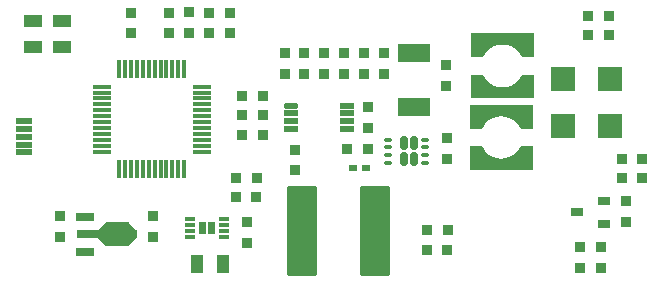
<source format=gtp>
G04*
G04 #@! TF.GenerationSoftware,Altium Limited,Altium Designer,20.2.5 (213)*
G04*
G04 Layer_Color=8421504*
%FSLAX42Y42*%
%MOMM*%
G71*
G04*
G04 #@! TF.SameCoordinates,6F224850-DB23-45E0-B5EC-48CDDA7698CB*
G04*
G04*
G04 #@! TF.FilePolarity,Positive*
G04*
G01*
G75*
G04:AMPARAMS|DCode=22|XSize=0.71mm|YSize=1.13mm|CornerRadius=0.18mm|HoleSize=0mm|Usage=FLASHONLY|Rotation=180.000|XOffset=0mm|YOffset=0mm|HoleType=Round|Shape=RoundedRectangle|*
%AMROUNDEDRECTD22*
21,1,0.71,0.77,0,0,180.0*
21,1,0.35,1.13,0,0,180.0*
1,1,0.35,-0.18,0.39*
1,1,0.35,0.18,0.39*
1,1,0.35,0.18,-0.39*
1,1,0.35,-0.18,-0.39*
%
%ADD22ROUNDEDRECTD22*%
%ADD23R,1.05X0.75*%
%ADD24R,0.90X0.90*%
%ADD25R,1.58X0.40*%
%ADD26R,0.40X1.58*%
G04:AMPARAMS|DCode=27|XSize=2.5mm|YSize=7.6mm|CornerRadius=0.1mm|HoleSize=0mm|Usage=FLASHONLY|Rotation=0.000|XOffset=0mm|YOffset=0mm|HoleType=Round|Shape=RoundedRectangle|*
%AMROUNDEDRECTD27*
21,1,2.50,7.40,0,0,0.0*
21,1,2.30,7.60,0,0,0.0*
1,1,0.20,1.15,-3.70*
1,1,0.20,-1.15,-3.70*
1,1,0.20,-1.15,3.70*
1,1,0.20,1.15,3.70*
%
%ADD27ROUNDEDRECTD27*%
%ADD28R,1.50X0.70*%
%ADD29R,1.90X0.70*%
%ADD30R,0.90X0.90*%
%ADD31R,1.20X0.50*%
G04:AMPARAMS|DCode=32|XSize=0.5mm|YSize=1.2mm|CornerRadius=0.15mm|HoleSize=0mm|Usage=FLASHONLY|Rotation=90.000|XOffset=0mm|YOffset=0mm|HoleType=Round|Shape=RoundedRectangle|*
%AMROUNDEDRECTD32*
21,1,0.50,0.90,0,0,90.0*
21,1,0.20,1.20,0,0,90.0*
1,1,0.30,0.45,0.10*
1,1,0.30,0.45,-0.10*
1,1,0.30,-0.45,-0.10*
1,1,0.30,-0.45,0.10*
%
%ADD32ROUNDEDRECTD32*%
%ADD33R,0.94X0.37*%
%ADD34R,2.70X1.50*%
G04:AMPARAMS|DCode=35|XSize=0.3mm|YSize=0.6mm|CornerRadius=0.05mm|HoleSize=0mm|Usage=FLASHONLY|Rotation=270.000|XOffset=0mm|YOffset=0mm|HoleType=Round|Shape=RoundedRectangle|*
%AMROUNDEDRECTD35*
21,1,0.30,0.50,0,0,270.0*
21,1,0.20,0.60,0,0,270.0*
1,1,0.10,-0.25,-0.10*
1,1,0.10,-0.25,0.10*
1,1,0.10,0.25,0.10*
1,1,0.10,0.25,-0.10*
%
%ADD35ROUNDEDRECTD35*%
%ADD36R,0.60X0.60*%
%ADD37R,1.45X0.50*%
%ADD38R,1.10X1.60*%
%ADD39R,1.60X1.10*%
%ADD40R,0.70X0.50*%
%ADD41R,2.10X2.10*%
G36*
X4835Y1925D02*
X4734D01*
X4720Y1950D01*
X4698Y1978D01*
X4670Y2000D01*
X4639Y2017D01*
X4605Y2027D01*
X4570Y2031D01*
X4535Y2027D01*
X4501Y2017D01*
X4470Y2000D01*
X4442Y1978D01*
X4420Y1950D01*
X4406Y1925D01*
X4305D01*
Y2125D01*
X4835D01*
Y1925D01*
D02*
G37*
G36*
Y1575D02*
X4305D01*
Y1775D01*
X4406D01*
X4420Y1750D01*
X4442Y1722D01*
X4470Y1700D01*
X4501Y1683D01*
X4535Y1673D01*
X4570Y1669D01*
X4605Y1673D01*
X4639Y1683D01*
X4670Y1700D01*
X4698Y1722D01*
X4720Y1750D01*
X4734Y1775D01*
X4835D01*
Y1575D01*
D02*
G37*
G36*
X4825Y1320D02*
X4724D01*
X4710Y1345D01*
X4688Y1373D01*
X4660Y1395D01*
X4629Y1412D01*
X4595Y1422D01*
X4560Y1426D01*
X4525Y1422D01*
X4491Y1412D01*
X4460Y1395D01*
X4432Y1373D01*
X4410Y1345D01*
X4396Y1320D01*
X4295D01*
Y1520D01*
X4825D01*
Y1320D01*
D02*
G37*
G36*
Y970D02*
X4295D01*
Y1170D01*
X4396D01*
X4410Y1145D01*
X4432Y1117D01*
X4460Y1095D01*
X4491Y1078D01*
X4525Y1068D01*
X4560Y1064D01*
X4595Y1068D01*
X4629Y1078D01*
X4660Y1095D01*
X4688Y1117D01*
X4710Y1145D01*
X4724Y1170D01*
X4825D01*
Y970D01*
D02*
G37*
G36*
X1403Y525D02*
X1403Y525D01*
X1404Y525D01*
X1404Y525D01*
X1405Y524D01*
X1406Y524D01*
X1471Y459D01*
X1472Y458D01*
X1472Y457D01*
X1472Y457D01*
X1472Y456D01*
X1472Y455D01*
X1473Y455D01*
X1473Y455D01*
Y395D01*
X1473Y395D01*
X1472Y395D01*
X1472Y394D01*
X1472Y393D01*
X1472Y393D01*
X1472Y392D01*
X1471Y391D01*
X1406Y326D01*
X1405Y326D01*
X1404Y325D01*
X1404Y325D01*
X1403Y325D01*
X1403Y325D01*
X1402Y325D01*
X1402Y325D01*
X1213D01*
X1212Y325D01*
X1212Y325D01*
X1212Y325D01*
X1211Y325D01*
X1211Y325D01*
X1210Y326D01*
X1209Y326D01*
X1144Y391D01*
X1143Y392D01*
X1143Y393D01*
X1143Y393D01*
X1143Y394D01*
X1143Y395D01*
X1142Y395D01*
X1142Y395D01*
Y455D01*
X1142Y455D01*
X1143Y455D01*
X1143Y456D01*
X1143Y457D01*
X1143Y457D01*
X1143Y458D01*
X1144Y459D01*
X1209Y524D01*
X1210Y524D01*
X1211Y525D01*
X1211Y525D01*
X1212Y525D01*
X1212Y525D01*
X1212Y525D01*
X1213Y525D01*
X1402D01*
X1402Y525D01*
X1403Y525D01*
D02*
G37*
G36*
X2134Y431D02*
X2075D01*
Y529D01*
X2134D01*
Y431D01*
D02*
G37*
G36*
X2060D02*
X2001D01*
Y529D01*
X2060D01*
Y431D01*
D02*
G37*
D22*
X3735Y1196D02*
D03*
Y1064D02*
D03*
X3825D02*
D03*
Y1196D02*
D03*
D23*
X5202Y610D02*
D03*
X5432Y705D02*
D03*
Y515D02*
D03*
D24*
X5403Y315D02*
D03*
X5228D02*
D03*
X4102Y290D02*
D03*
X3927D02*
D03*
X4105Y457D02*
D03*
X3930D02*
D03*
X5293Y2110D02*
D03*
X5468D02*
D03*
X2485Y740D02*
D03*
X2310D02*
D03*
X2488Y905D02*
D03*
X2312D02*
D03*
X3255Y1143D02*
D03*
X3430D02*
D03*
X2542Y1432D02*
D03*
X2367D02*
D03*
X2365Y1267D02*
D03*
X2540D02*
D03*
X2365Y1598D02*
D03*
X2540D02*
D03*
X5753Y1065D02*
D03*
X5578D02*
D03*
X5293Y2275D02*
D03*
X5468D02*
D03*
X5578Y900D02*
D03*
X5753D02*
D03*
X5225Y143D02*
D03*
X5400D02*
D03*
D25*
X1176Y1675D02*
D03*
Y1625D02*
D03*
Y1575D02*
D03*
Y1525D02*
D03*
Y1475D02*
D03*
Y1425D02*
D03*
Y1375D02*
D03*
Y1325D02*
D03*
Y1275D02*
D03*
Y1225D02*
D03*
Y1175D02*
D03*
Y1125D02*
D03*
X2024D02*
D03*
Y1175D02*
D03*
Y1225D02*
D03*
Y1275D02*
D03*
Y1325D02*
D03*
Y1375D02*
D03*
Y1425D02*
D03*
Y1475D02*
D03*
Y1525D02*
D03*
Y1575D02*
D03*
Y1625D02*
D03*
Y1675D02*
D03*
D26*
X1325Y976D02*
D03*
X1375D02*
D03*
X1425D02*
D03*
X1475D02*
D03*
X1525D02*
D03*
X1575D02*
D03*
X1625D02*
D03*
X1675D02*
D03*
X1725D02*
D03*
X1775D02*
D03*
X1825D02*
D03*
X1875D02*
D03*
Y1824D02*
D03*
X1825D02*
D03*
X1775D02*
D03*
X1725D02*
D03*
X1675D02*
D03*
X1625D02*
D03*
X1575D02*
D03*
X1525D02*
D03*
X1475D02*
D03*
X1425D02*
D03*
X1375D02*
D03*
X1325D02*
D03*
D27*
X3490Y450D02*
D03*
X2870D02*
D03*
D28*
X1038Y575D02*
D03*
Y275D02*
D03*
D29*
X1057Y425D02*
D03*
D30*
X2725Y1783D02*
D03*
Y1958D02*
D03*
X5615Y528D02*
D03*
Y703D02*
D03*
X3568Y1957D02*
D03*
Y1782D02*
D03*
X2813Y1142D02*
D03*
Y967D02*
D03*
X3060Y1957D02*
D03*
Y1782D02*
D03*
X2890Y1957D02*
D03*
Y1782D02*
D03*
X2403Y530D02*
D03*
Y355D02*
D03*
X3400Y1783D02*
D03*
Y1958D02*
D03*
X4095Y1680D02*
D03*
Y1855D02*
D03*
X3430Y1328D02*
D03*
Y1503D02*
D03*
X4100Y1237D02*
D03*
Y1062D02*
D03*
X3230Y1783D02*
D03*
Y1958D02*
D03*
X1610Y577D02*
D03*
Y402D02*
D03*
X825Y576D02*
D03*
Y401D02*
D03*
X2260Y2302D02*
D03*
Y2127D02*
D03*
X2088Y2302D02*
D03*
Y2127D02*
D03*
X1425Y2302D02*
D03*
Y2127D02*
D03*
X1920Y2304D02*
D03*
Y2129D02*
D03*
X1745Y2302D02*
D03*
Y2127D02*
D03*
D31*
X3253Y1320D02*
D03*
Y1385D02*
D03*
Y1450D02*
D03*
Y1515D02*
D03*
X2783Y1320D02*
D03*
Y1385D02*
D03*
Y1450D02*
D03*
D32*
Y1515D02*
D03*
D33*
X1924Y555D02*
D03*
Y505D02*
D03*
Y455D02*
D03*
Y405D02*
D03*
X2211D02*
D03*
Y455D02*
D03*
Y505D02*
D03*
Y555D02*
D03*
D34*
X3820Y1500D02*
D03*
Y1960D02*
D03*
D35*
X3910Y1227D02*
D03*
Y1162D02*
D03*
Y1098D02*
D03*
Y1032D02*
D03*
X3601D02*
D03*
Y1098D02*
D03*
Y1162D02*
D03*
Y1227D02*
D03*
D36*
X4570Y1617D02*
D03*
Y2085D02*
D03*
X4560Y1012D02*
D03*
Y1480D02*
D03*
D37*
X522Y1380D02*
D03*
Y1315D02*
D03*
Y1250D02*
D03*
Y1185D02*
D03*
Y1120D02*
D03*
D38*
X1983Y175D02*
D03*
X2202D02*
D03*
D39*
X843Y2012D02*
D03*
Y2233D02*
D03*
X597Y2010D02*
D03*
Y2230D02*
D03*
D40*
X3303Y982D02*
D03*
X3412D02*
D03*
D41*
X5480Y1740D02*
D03*
X5080D02*
D03*
X5480Y1340D02*
D03*
X5080D02*
D03*
M02*

</source>
